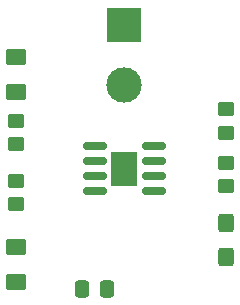
<source format=gbr>
%TF.GenerationSoftware,KiCad,Pcbnew,(6.0.10-0)*%
%TF.CreationDate,2023-02-16T14:33:40-08:00*%
%TF.ProjectId,Exercise 2,45786572-6369-4736-9520-322e6b696361,rev?*%
%TF.SameCoordinates,Original*%
%TF.FileFunction,Soldermask,Top*%
%TF.FilePolarity,Negative*%
%FSLAX46Y46*%
G04 Gerber Fmt 4.6, Leading zero omitted, Abs format (unit mm)*
G04 Created by KiCad (PCBNEW (6.0.10-0)) date 2023-02-16 14:33:40*
%MOMM*%
%LPD*%
G01*
G04 APERTURE LIST*
G04 Aperture macros list*
%AMRoundRect*
0 Rectangle with rounded corners*
0 $1 Rounding radius*
0 $2 $3 $4 $5 $6 $7 $8 $9 X,Y pos of 4 corners*
0 Add a 4 corners polygon primitive as box body*
4,1,4,$2,$3,$4,$5,$6,$7,$8,$9,$2,$3,0*
0 Add four circle primitives for the rounded corners*
1,1,$1+$1,$2,$3*
1,1,$1+$1,$4,$5*
1,1,$1+$1,$6,$7*
1,1,$1+$1,$8,$9*
0 Add four rect primitives between the rounded corners*
20,1,$1+$1,$2,$3,$4,$5,0*
20,1,$1+$1,$4,$5,$6,$7,0*
20,1,$1+$1,$6,$7,$8,$9,0*
20,1,$1+$1,$8,$9,$2,$3,0*%
G04 Aperture macros list end*
%ADD10RoundRect,0.150000X-0.825000X-0.150000X0.825000X-0.150000X0.825000X0.150000X-0.825000X0.150000X0*%
%ADD11R,2.290000X3.000000*%
%ADD12RoundRect,0.250000X-0.450000X0.350000X-0.450000X-0.350000X0.450000X-0.350000X0.450000X0.350000X0*%
%ADD13RoundRect,0.250000X-0.425000X0.537500X-0.425000X-0.537500X0.425000X-0.537500X0.425000X0.537500X0*%
%ADD14RoundRect,0.250000X0.337500X0.475000X-0.337500X0.475000X-0.337500X-0.475000X0.337500X-0.475000X0*%
%ADD15R,3.000000X3.000000*%
%ADD16C,3.000000*%
%ADD17RoundRect,0.250001X0.624999X-0.462499X0.624999X0.462499X-0.624999X0.462499X-0.624999X-0.462499X0*%
G04 APERTURE END LIST*
D10*
%TO.C,U1*%
X145861000Y-91059000D03*
X145861000Y-92329000D03*
X145861000Y-93599000D03*
X145861000Y-94869000D03*
X150811000Y-94869000D03*
X150811000Y-93599000D03*
X150811000Y-92329000D03*
X150811000Y-91059000D03*
D11*
X148336000Y-92964000D03*
%TD*%
D12*
%TO.C,R3*%
X139155500Y-88879500D03*
X139155500Y-90879500D03*
%TD*%
D13*
%TO.C,C1*%
X156972000Y-97526000D03*
X156972000Y-100401000D03*
%TD*%
D12*
%TO.C,R2*%
X156972000Y-92446000D03*
X156972000Y-94446000D03*
%TD*%
%TO.C,R4*%
X139171500Y-93959500D03*
X139171500Y-95959500D03*
%TD*%
%TO.C,R1*%
X156972000Y-87906000D03*
X156972000Y-89906000D03*
%TD*%
D14*
%TO.C,C2*%
X146833500Y-103145500D03*
X144758500Y-103145500D03*
%TD*%
D15*
%TO.C,J1*%
X148336000Y-80772000D03*
D16*
X148336000Y-85852000D03*
%TD*%
D17*
%TO.C,D2*%
X139192000Y-102543000D03*
X139192000Y-99568000D03*
%TD*%
%TO.C,D1*%
X139155500Y-86457500D03*
X139155500Y-83482500D03*
%TD*%
M02*

</source>
